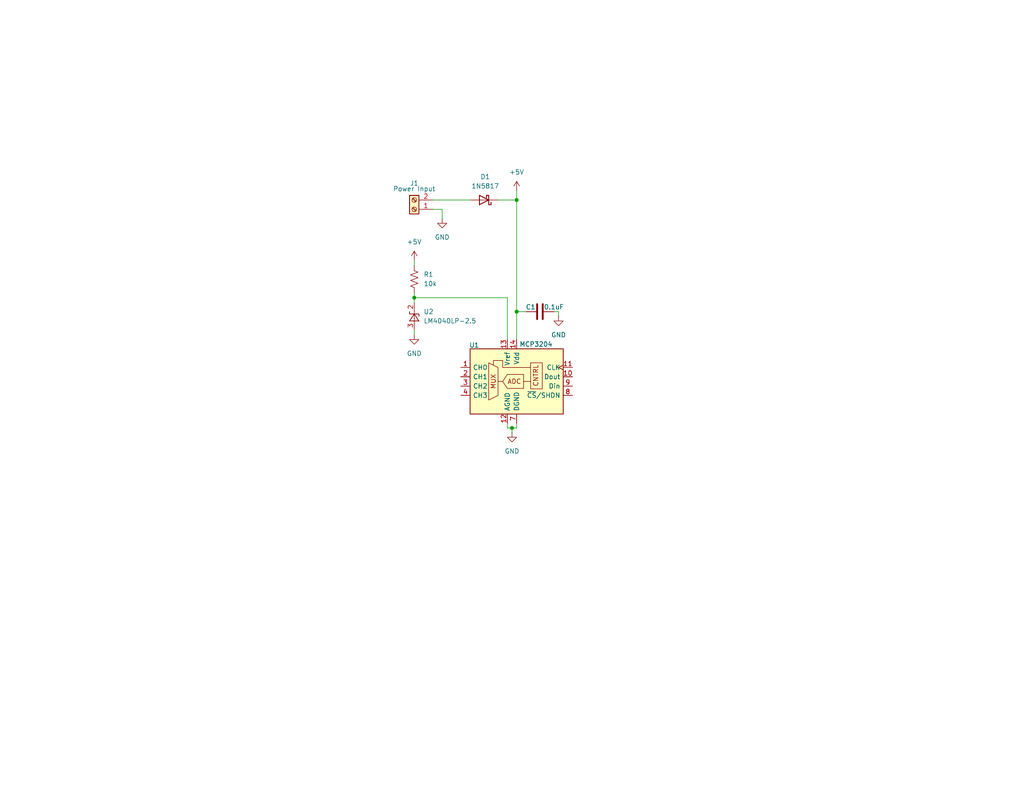
<source format=kicad_sch>
(kicad_sch (version 20231120) (generator "eeschema") (generator_version "8.0")
  (paper "A")
  (title_block (title "ADC Module"))
  (lib_symbols
    (symbol "Analog_ADC:MCP3204" (pin_names (offset 0.762))
      (property "Reference" "U" (at -5.08 10.795 0))
      (property "Value" "MCP3204" (at -5.08 8.89 0))
      (symbol "MCP3204_0_0"
        (text "ADC" (at -0.635 -1.27 0) (effects (font (size 1.27 1.27))))
        (text "CNTRL" (at 5.969 -2.667 900) (effects (font (size 1.27 1.27)) (justify left bottom)))
        (text "MUX" (at -6.35 -1.27 900) (effects (font (size 1.27 1.27))))
      )
      (symbol "MCP3204_0_1"
        (polyline (pts (xy -5.08 -1.27) (xy -3.81 -1.27)))
        (polyline (pts (xy 1.905 -1.27) (xy 3.81 -1.27)))
        (polyline (pts (xy -7.62 3.81) (xy -7.62 -6.35) (xy -5.08 -5.08) (xy -5.08 2.54) (xy -7.62 3.81)))
        (polyline (pts (xy 3.81 2.54) (xy -3.81 2.54) (xy -3.81 4.445) (xy -6.35 4.445) (xy -6.35 3.175)))
        (polyline (pts (xy -3.81 -1.27) (xy -2.54 0.635) (xy 1.905 0.635) (xy 1.905 -3.175) (xy -2.54 -3.175) (xy -3.81 -1.27)))
        (rectangle (start 3.81 -3.302) (end 6.985 3.81))
        (rectangle (start 12.7 7.62) (end -12.7 -10.16) (stroke (width 0.254)) (fill (type background)))
      )
      (symbol "MCP3204_1_1"
        (pin input line (at -15.24 2.54 0) (length 2.54) (name "CH0") (number "1"))
        (pin output line (at 15.24 0 180) (length 2.54) (name "Dout") (number "10"))
        (pin input clock (at 15.24 2.54 180) (length 2.54) (name "CLK") (number "11"))
        (pin power_in line (at -2.54 -12.7 90) (length 2.54) (name "AGND") (number "12"))
        (pin power_in line (at -2.54 10.16 270) (length 2.54) (name "Vref") (number "13"))
        (pin power_in line (at 0 10.16 270) (length 2.54) (name "Vdd") (number "14"))
        (pin input line (at -15.24 0 0) (length 2.54) (name "CH1") (number "2"))
        (pin input line (at -15.24 -2.54 0) (length 2.54) (name "CH2") (number "3"))
        (pin input line (at -15.24 -5.08 0) (length 2.54) (name "CH3") (number "4"))
        (pin no_connect line (at -10.16 -10.16 90) (length 2.54) hide (name "NC") (number "5"))
        (pin no_connect line (at -7.62 -10.16 90) (length 2.54) hide (name "NC") (number "6"))
        (pin power_in line (at 0 -12.7 90) (length 2.54) (name "DGND") (number "7"))
        (pin input line (at 15.24 -5.08 180) (length 2.54) (name "~{CS}/SHDN") (number "8"))
        (pin input line (at 15.24 -2.54 180) (length 2.54) (name "Din") (number "9"))
      )
    )
    (symbol "Connector:Screw_Terminal_01x02" (pin_names (offset 1.016) hide)
      (property "Reference" "J" (at 0 2.54 0))
      (property "Value" "Screw_Terminal_01x02" (at 0 -5.08 0))
      (symbol "Screw_Terminal_01x02_1_1"
        (rectangle (start -1.27 1.27) (end 1.27 -3.81) (stroke (width 0.254)) (fill (type background)))
        (circle (center 0 -2.54) (radius 0.635) (stroke (width 0.1524)))
        (polyline (pts (xy -0.5334 -2.2098) (xy 0.3302 -3.048)) (stroke (width 0.1524)))
        (polyline (pts (xy -0.5334 0.3302) (xy 0.3302 -0.508)) (stroke (width 0.1524)))
        (polyline (pts (xy -0.3556 -2.032) (xy 0.508 -2.8702)) (stroke (width 0.1524)))
        (polyline (pts (xy -0.3556 0.508) (xy 0.508 -0.3302)) (stroke (width 0.1524)))
        (circle (center 0 0) (radius 0.635) (stroke (width 0.1524)))
        (pin passive line (at -5.08 0 0) (length 3.81) (name "Pin_1") (number "1"))
        (pin passive line (at -5.08 -2.54 0) (length 3.81) (name "Pin_2") (number "2"))
      )
    )
    (symbol "Device:C" (pin_numbers hide) (pin_names (offset 0.254))
      (property "Reference" "C" (at 0.635 2.54 0))
      (property "Value" "C" (at 0.635 -2.54 0))
      (symbol "C_0_1"
        (polyline (pts (xy -2.032 -0.762) (xy 2.032 -0.762)) (stroke (width 0.508)))
        (polyline (pts (xy -2.032 0.762) (xy 2.032 0.762)) (stroke (width 0.508)))
      )
      (symbol "C_1_1"
        (pin passive line (at 0 3.81 270) (length 2.794) (name "~") (number "1"))
        (pin passive line (at 0 -3.81 90) (length 2.794) (name "~") (number "2"))
      )
    )
    (symbol "Device:R_US" (pin_numbers hide) (pin_names (offset 0))
      (property "Reference" "R" (at 2.54 0 90))
      (property "Value" "R_US" (at -2.54 0 90))
      (symbol "R_US_0_1"
        (polyline (pts (xy 0 -2.286) (xy 0 -2.54)))
        (polyline (pts (xy 0 2.286) (xy 0 2.54)))
        (polyline (pts (xy 0 -0.762) (xy 1.016 -1.143) (xy 0 -1.524) (xy -1.016 -1.905) (xy 0 -2.286)))
        (polyline (pts (xy 0 0.762) (xy 1.016 0.381) (xy 0 0) (xy -1.016 -0.381) (xy 0 -0.762)))
        (polyline (pts (xy 0 2.286) (xy 1.016 1.905) (xy 0 1.524) (xy -1.016 1.143) (xy 0 0.762)))
      )
      (symbol "R_US_1_1"
        (pin passive line (at 0 3.81 270) (length 1.27) (name "~") (number "1"))
        (pin passive line (at 0 -3.81 90) (length 1.27) (name "~") (number "2"))
      )
    )
    (symbol "Diode:1N5817" (pin_numbers hide) (pin_names (offset 1.016) hide)
      (property "Reference" "D" (at 0 2.54 0))
      (property "Value" "1N5817" (at 0 -2.54 0))
      (symbol "1N5817_0_1"
        (polyline (pts (xy 1.27 0) (xy -1.27 0)))
        (polyline (pts (xy 1.27 1.27) (xy 1.27 -1.27) (xy -1.27 0) (xy 1.27 1.27)) (stroke (width 0.254)))
        (polyline (pts (xy -1.905 0.635) (xy -1.905 1.27) (xy -1.27 1.27) (xy -1.27 -1.27) (xy -0.635 -1.27) (xy -0.635 -0.635)) (stroke (width 0.254)))
      )
      (symbol "1N5817_1_1"
        (pin passive line (at -3.81 0 0) (length 2.54) (name "K") (number "1"))
        (pin passive line (at 3.81 0 180) (length 2.54) (name "A") (number "2"))
      )
    )
    (symbol "Reference_Voltage:LM4040LP-2.5" (pin_names (offset 0.0254) hide)
      (property "Reference" "U" (at 0 2.54 0))
      (property "Value" "LM4040LP-2.5" (at 0 -3.175 0))
      (symbol "LM4040LP-2.5_0_1"
        (polyline (pts (xy -1.27 0) (xy 0 0) (xy 1.27 0)))
        (polyline (pts (xy -1.27 -1.27) (xy 0.635 0) (xy -1.27 1.27) (xy -1.27 -1.27)) (stroke (width 0.2032)))
        (polyline (pts (xy 0 -1.27) (xy 0.635 -1.27) (xy 0.635 1.27) (xy 1.27 1.27)) (stroke (width 0.2032)))
      )
      (symbol "LM4040LP-2.5_1_1"
        (pin passive line (at 3.81 0 180) (length 2.54) (name "K") (number "2"))
        (pin passive line (at -3.81 0 0) (length 2.54) (name "A") (number "3"))
      )
    )
    (symbol "power:+5V" (power) (pin_numbers hide) (pin_names (offset 0) hide)
      (property "Value" "+5V" (at 0 3.556 0))
      (symbol "+5V_0_1"
        (polyline (pts (xy -0.762 1.27) (xy 0 2.54)))
        (polyline (pts (xy 0 0) (xy 0 2.54)))
        (polyline (pts (xy 0 2.54) (xy 0.762 1.27)))
      )
      (symbol "+5V_1_1"
        (pin power_in line (at 0 0 90) (length 0) (name "~") (number "1"))
      )
    )
    (symbol "power:GND" (power) (pin_numbers hide) (pin_names (offset 0) hide)
      (property "Value" "GND" (at 0 -3.81 0))
      (symbol "GND_0_1"
        (polyline (pts (xy 0 0) (xy 0 -1.27) (xy 1.27 -1.27) (xy 0 -2.54) (xy -1.27 -1.27) (xy 0 -1.27)))
      )
      (symbol "GND_1_1"
        (pin power_in line (at 0 0 270) (length 0) (name "~") (number "1"))
      )
    )
  )
  (junction (at 140.97 54.61))
  (junction (at 113.03 81.28))
  (junction (at 139.7 116.84))
  (junction (at 140.97 85.09))
  (wire (pts (xy 138.43 116.84) (xy 139.7 116.84)))
  (wire (pts (xy 138.43 81.28) (xy 138.43 92.71)))
  (wire (pts (xy 152.4 85.09) (xy 152.4 86.36)))
  (wire (pts (xy 140.97 85.09) (xy 140.97 92.71)))
  (wire (pts (xy 140.97 116.84) (xy 140.97 115.57)))
  (wire (pts (xy 138.43 115.57) (xy 138.43 116.84)))
  (wire (pts (xy 113.03 71.12) (xy 113.03 72.39)))
  (wire (pts (xy 140.97 85.09) (xy 143.51 85.09)))
  (wire (pts (xy 151.13 85.09) (xy 152.4 85.09)))
  (wire (pts (xy 113.03 80.01) (xy 113.03 81.28)))
  (wire (pts (xy 113.03 90.17) (xy 113.03 91.44)))
  (wire (pts (xy 140.97 52.07) (xy 140.97 54.61)))
  (wire (pts (xy 113.03 81.28) (xy 113.03 82.55)))
  (wire (pts (xy 118.11 54.61) (xy 128.27 54.61)))
  (wire (pts (xy 118.11 57.15) (xy 120.65 57.15)))
  (wire (pts (xy 120.65 57.15) (xy 120.65 59.69)))
  (wire (pts (xy 113.03 81.28) (xy 138.43 81.28)))
  (wire (pts (xy 139.7 116.84) (xy 140.97 116.84)))
  (wire (pts (xy 135.89 54.61) (xy 140.97 54.61)))
  (wire (pts (xy 140.97 54.61) (xy 140.97 85.09)))
  (wire (pts (xy 139.7 116.84) (xy 139.7 118.11)))
  (symbol (lib_id "power:+5V") (at 113.03 71.12 0) (unit 1)
    (property "Reference" "#PWR05" (effects (hide yes)))
    (property "Value" "+5V" (at 113.03 66.04 0))
    (property "Description" "Power symbol creates a global label with name \"+5V\"" (effects (hide yes)))
  )
  (symbol (lib_id "power:GND") (at 152.4 86.36 0) (unit 1)
    (property "Reference" "#PWR03" (effects (hide yes)))
    (property "Value" "GND" (at 152.4 91.44 0))
    (property "Description" "Power symbol creates a global label with name \"GND\" , ground" (effects (hide yes)))
  )
  (symbol (lib_id "Device:C") (at 147.32 85.09 90) (unit 1)
    (property "Reference" "C1" (at 144.78 83.82 90))
    (property "Value" "0.1uF" (at 151.13 83.82 90))
    (property "Description" "Unpolarized capacitor" (effects (hide yes)))
  )
  (symbol (lib_id "Analog_ADC:MCP3204") (at 140.97 102.87 0) (unit 1)
    (property "Reference" "U1" (at 128.016 94.234 0) (effects (justify left)))
    (property "Value" "MCP3204" (at 141.732 93.98 0) (effects (justify left)))
    (property "Datasheet" "http://ww1.microchip.com/downloads/en/DeviceDoc/21298c.pdf" (effects (hide yes)))
    (property "Description" "A/D Converter, 12-Bit, 4-Channel, SPI Interface, 2.7V-5.5V" (effects (hide yes)))
  )
  (symbol (lib_id "power:+5V") (at 140.97 52.07 0) (unit 1)
    (property "Reference" "#PWR06" (effects (hide yes)))
    (property "Value" "+5V" (at 140.97 46.99 0))
    (property "Description" "Power symbol creates a global label with name \"+5V\"" (effects (hide yes)))
  )
  (symbol (lib_id "Reference_Voltage:LM4040LP-2.5") (at 113.03 86.36 90) (unit 1)
    (property "Reference" "U2" (at 115.57 85.0899 90) (effects (justify right)))
    (property "Value" "LM4040LP-2.5" (at 115.57 87.6299 90) (effects (justify right)))
    (property "Footprint" "Package_TO_SOT_THT:TO-92_Inline" (effects (hide yes)))
    (property "Datasheet" "http://www.ti.com/lit/ds/symlink/lm4040-n.pdf" (effects (hide yes)))
    (property "Description" "2.500V Precision Micropower Shunt Voltage Reference, TO-92" (effects (hide yes)))
  )
  (symbol (lib_id "power:GND") (at 139.7 118.11 0) (unit 1)
    (property "Reference" "#PWR01" (effects (hide yes)))
    (property "Value" "GND" (at 139.7 123.19 0))
    (property "Description" "Power symbol creates a global label with name \"GND\" , ground" (effects (hide yes)))
  )
  (symbol (lib_id "power:GND") (at 113.03 91.44 0) (unit 1)
    (property "Reference" "#PWR04" (effects (hide yes)))
    (property "Value" "GND" (at 113.03 96.52 0))
    (property "Description" "Power symbol creates a global label with name \"GND\" , ground" (effects (hide yes)))
  )
  (symbol (lib_id "Diode:1N5817") (at 132.08 54.61 180) (unit 1)
    (property "Reference" "D1" (at 132.3975 48.26 0))
    (property "Value" "1N5817" (at 132.3975 50.8 0))
    (property "Footprint" "Diode_THT:D_DO-41_SOD81_P10.16mm_Horizontal" (effects (hide yes)))
    (property "Datasheet" "http://www.vishay.com/docs/88525/1n5817.pdf" (effects (hide yes)))
    (property "Description" "20V 1A Schottky Barrier Rectifier Diode, DO-41" (effects (hide yes)))
  )
  (symbol (lib_id "power:GND") (at 120.65 59.69 0) (unit 1)
    (property "Reference" "#PWR02" (effects (hide yes)))
    (property "Value" "GND" (at 120.65 64.77 0))
    (property "Description" "Power symbol creates a global label with name \"GND\" , ground" (effects (hide yes)))
  )
  (symbol (lib_id "Connector:Screw_Terminal_01x02") (at 113.03 57.15 180) (unit 1)
    (property "Reference" "J1" (at 113.03 50.038 0))
    (property "Value" "Power Input" (at 113.03 51.562 0))
    (property "Description" "Generic screw terminal, single row, 01x02, script generated (kicad-library-utils/schlib/autogen/connector/)" (effects (hide yes)))
  )
  (symbol (lib_id "Device:R_US") (at 113.03 76.2 0) (unit 1)
    (property "Reference" "R1" (at 115.57 74.9299 0) (effects (justify left)))
    (property "Value" "10k" (at 115.57 77.4699 0) (effects (justify left)))
    (property "Description" "Resistor, US symbol" (effects (hide yes)))
  )
)
</source>
